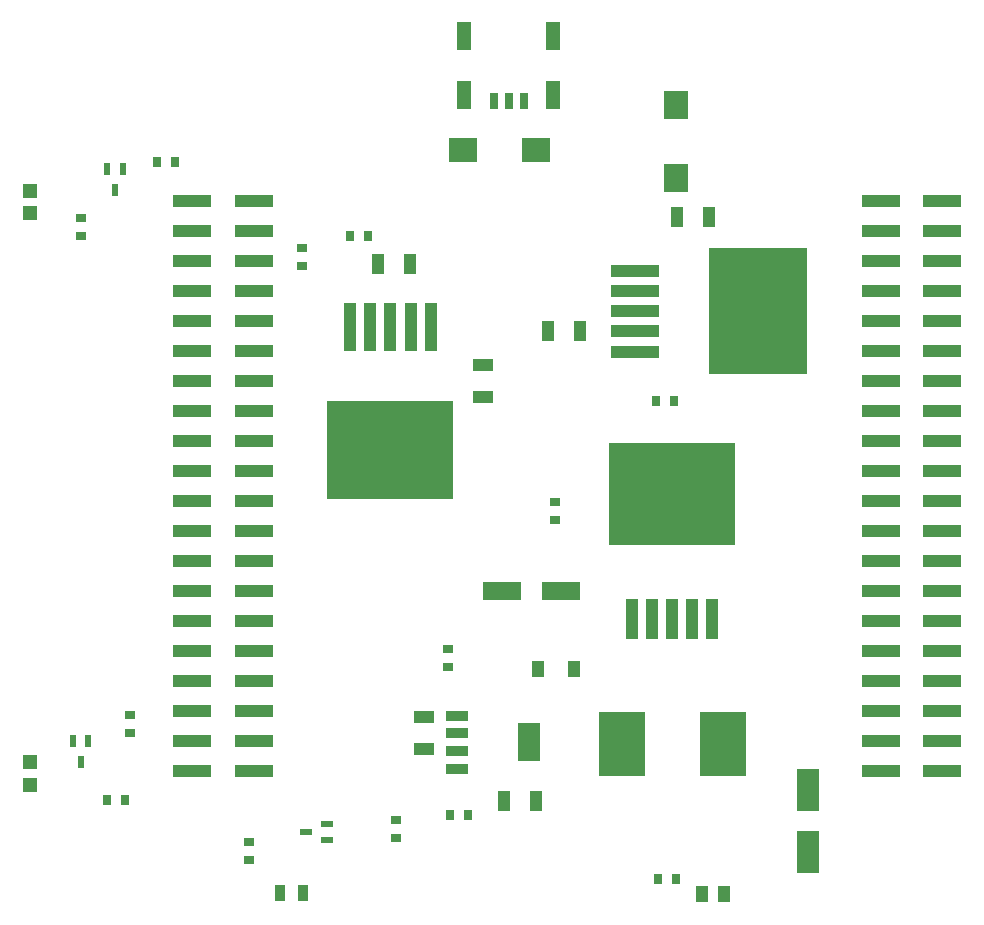
<source format=gtp>
G04*
G04 #@! TF.GenerationSoftware,Altium Limited,Altium Designer,23.11.1 (41)*
G04*
G04 Layer_Color=8421504*
%FSLAX25Y25*%
%MOIN*%
G70*
G04*
G04 #@! TF.SameCoordinates,7FD28054-1643-4BC3-9A3C-097E624A02D2*
G04*
G04*
G04 #@! TF.FilePolarity,Positive*
G04*
G01*
G75*
%ADD14R,0.03543X0.02756*%
%ADD15R,0.12500X0.04488*%
%ADD16R,0.02756X0.03543*%
%ADD17R,0.04528X0.05118*%
%ADD18R,0.12598X0.06299*%
%ADD19R,0.04331X0.06693*%
%ADD20R,0.08071X0.09449*%
%ADD21R,0.06693X0.04331*%
%ADD22R,0.04098X0.15898*%
%ADD23R,0.42299X0.32701*%
%ADD24R,0.07480X0.03543*%
%ADD25R,0.07480X0.12598*%
%ADD26R,0.15748X0.21654*%
%ADD27R,0.07284X0.14173*%
%ADD28R,0.03937X0.13386*%
%ADD29R,0.42126X0.33858*%
%ADD30R,0.04331X0.02165*%
%ADD31R,0.04409X0.05394*%
%ADD32R,0.09449X0.08071*%
%ADD33R,0.02165X0.04331*%
%ADD34R,0.03150X0.05512*%
%ADD35R,0.04724X0.09449*%
%ADD36R,0.03937X0.05709*%
%ADD37R,0.03543X0.05512*%
%ADD38R,0.15898X0.04098*%
%ADD39R,0.32701X0.42299*%
D14*
X-58891Y-237409D02*
D03*
Y-231504D02*
D03*
X-75985Y-294254D02*
D03*
Y-288348D02*
D03*
X-107422Y-97847D02*
D03*
Y-103753D02*
D03*
X-23073Y-188369D02*
D03*
Y-182463D02*
D03*
X-164670Y-253447D02*
D03*
Y-259353D02*
D03*
X-181240Y-87847D02*
D03*
Y-93753D02*
D03*
X-125200Y-295761D02*
D03*
Y-301666D02*
D03*
D15*
X-123537Y-272200D02*
D03*
Y-262200D02*
D03*
X-144029D02*
D03*
X-123537Y-252200D02*
D03*
X-144029D02*
D03*
X-123537Y-242200D02*
D03*
X-144029D02*
D03*
X-123537Y-232200D02*
D03*
X-144029D02*
D03*
X-123537Y-222200D02*
D03*
X-144029D02*
D03*
X-123537Y-212200D02*
D03*
X-144029D02*
D03*
X-123537Y-202200D02*
D03*
X-144029D02*
D03*
X-123537Y-192200D02*
D03*
X-144029D02*
D03*
X-123537Y-182200D02*
D03*
X-144029D02*
D03*
X-123537Y-172200D02*
D03*
X-144029D02*
D03*
X-123537Y-162200D02*
D03*
X-144029D02*
D03*
X-123537Y-152200D02*
D03*
X-144029D02*
D03*
X-123537Y-142200D02*
D03*
X-144029D02*
D03*
X-123537Y-132200D02*
D03*
X-144029D02*
D03*
X-123537Y-122200D02*
D03*
X-144029D02*
D03*
X-123537Y-112200D02*
D03*
X-144029D02*
D03*
X-123537Y-102200D02*
D03*
X-144029D02*
D03*
X-123537Y-92200D02*
D03*
X-144029D02*
D03*
X-123537Y-82200D02*
D03*
X-144029Y-272200D02*
D03*
Y-82200D02*
D03*
X105847Y-152200D02*
D03*
Y-162200D02*
D03*
Y-132200D02*
D03*
Y-142200D02*
D03*
Y-192200D02*
D03*
Y-202200D02*
D03*
Y-172200D02*
D03*
Y-182200D02*
D03*
Y-82200D02*
D03*
Y-112200D02*
D03*
Y-122200D02*
D03*
Y-92200D02*
D03*
Y-102200D02*
D03*
Y-232200D02*
D03*
Y-212200D02*
D03*
Y-222200D02*
D03*
Y-262200D02*
D03*
Y-272200D02*
D03*
Y-242200D02*
D03*
Y-252200D02*
D03*
X85355Y-142200D02*
D03*
Y-172200D02*
D03*
Y-182200D02*
D03*
Y-152200D02*
D03*
Y-162200D02*
D03*
Y-102200D02*
D03*
Y-82200D02*
D03*
Y-92200D02*
D03*
Y-122200D02*
D03*
Y-132200D02*
D03*
Y-112200D02*
D03*
Y-252200D02*
D03*
Y-262200D02*
D03*
Y-232200D02*
D03*
Y-242200D02*
D03*
Y-202200D02*
D03*
Y-192200D02*
D03*
Y-222200D02*
D03*
Y-212200D02*
D03*
Y-272200D02*
D03*
D16*
X-149787Y-69164D02*
D03*
X-155692D02*
D03*
X11272Y-308091D02*
D03*
X17178D02*
D03*
X-58023Y-286825D02*
D03*
X-52118D02*
D03*
X-91456Y-93752D02*
D03*
X-85550D02*
D03*
X10650Y-148784D02*
D03*
X16555D02*
D03*
X-172553Y-281600D02*
D03*
X-166647D02*
D03*
D17*
X-198000Y-276628D02*
D03*
Y-269147D02*
D03*
X-198073Y-78601D02*
D03*
Y-86082D02*
D03*
D18*
X-21149Y-212197D02*
D03*
X-40834D02*
D03*
D19*
X-25459Y-125537D02*
D03*
X-14829D02*
D03*
X17506Y-87494D02*
D03*
X28136D02*
D03*
X-82118Y-103120D02*
D03*
X-71488D02*
D03*
X-40021Y-282101D02*
D03*
X-29392D02*
D03*
D20*
X17168Y-50001D02*
D03*
Y-74410D02*
D03*
D21*
X-46998Y-147315D02*
D03*
Y-136685D02*
D03*
X-66921Y-254203D02*
D03*
Y-264833D02*
D03*
D22*
X-64616Y-123979D02*
D03*
X-91419D02*
D03*
X-78017D02*
D03*
X-84718D02*
D03*
X-71316D02*
D03*
D23*
X-78017Y-165129D02*
D03*
D24*
X-55807Y-271329D02*
D03*
Y-253613D02*
D03*
Y-259518D02*
D03*
Y-265424D02*
D03*
D25*
X-31791Y-262471D02*
D03*
D26*
X32738Y-263203D02*
D03*
X-726D02*
D03*
D27*
X61200Y-299036D02*
D03*
Y-278564D02*
D03*
D28*
X29272Y-221333D02*
D03*
X22580D02*
D03*
X15887D02*
D03*
X9194D02*
D03*
X2501D02*
D03*
D29*
X15887Y-179601D02*
D03*
D30*
X-99200Y-289846D02*
D03*
Y-294964D02*
D03*
X-106287Y-292405D02*
D03*
D31*
X-16940Y-238000D02*
D03*
X-28751D02*
D03*
D32*
X-53921Y-64977D02*
D03*
X-29511D02*
D03*
D33*
X-169832Y-78343D02*
D03*
X-167273Y-71257D02*
D03*
X-172391D02*
D03*
X-183799Y-262061D02*
D03*
X-178681D02*
D03*
X-181240Y-269147D02*
D03*
D34*
X-43558Y-48808D02*
D03*
X-38559D02*
D03*
X-33558D02*
D03*
D35*
X-23677Y-26957D02*
D03*
X-53440D02*
D03*
Y-46643D02*
D03*
X-23677D02*
D03*
D36*
X25860Y-313200D02*
D03*
X33340D02*
D03*
D37*
X-107080Y-312872D02*
D03*
X-114954D02*
D03*
D38*
X3386Y-105435D02*
D03*
Y-132238D02*
D03*
Y-118836D02*
D03*
Y-112135D02*
D03*
Y-125537D02*
D03*
D39*
X44536Y-118836D02*
D03*
M02*

</source>
